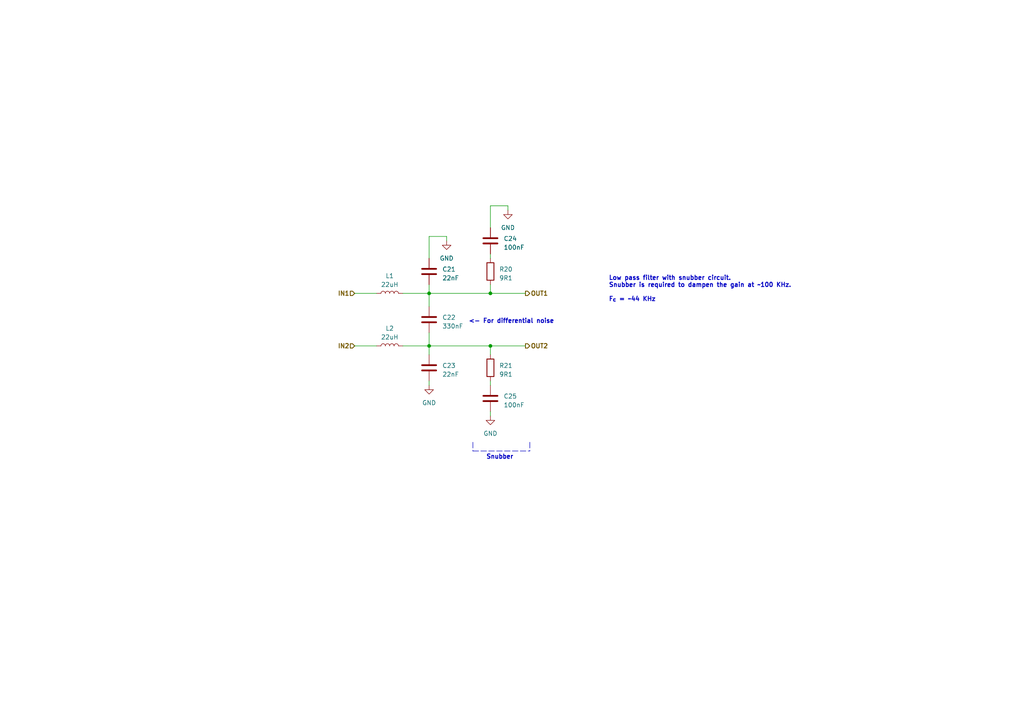
<source format=kicad_sch>
(kicad_sch (version 20230121) (generator eeschema)
  (paper "A4")
  (lib_symbols
    (symbol "audio-amplifier:C_100nF_0805" (pin_numbers hide) (pin_names (offset 0.254))
      (property "Reference" "C" (at 0.635 2.54 0))
      (property "Value" "100nF" (at 0.635 -2.54 0))
      (symbol "C_100nF_0805_0_1"
        (polyline (pts (xy -2.032 -0.762) (xy 2.032 -0.762)) (stroke (width 0.508)))
        (polyline (pts (xy -2.032 0.762) (xy 2.032 0.762)) (stroke (width 0.508)))
      )
      (symbol "C_100nF_0805_1_1"
        (pin passive line (at 0 3.81 270) (length 2.794) (name "~") (number "1"))
        (pin passive line (at 0 -3.81 90) (length 2.794) (name "~") (number "2"))
      )
    )
    (symbol "audio-amplifier:C_22nF_0805" (pin_numbers hide) (pin_names (offset 0.254))
      (property "Reference" "C" (at 0.635 2.54 0))
      (property "Value" "22nF" (at 0.635 -2.54 0))
      (symbol "C_22nF_0805_0_1"
        (polyline (pts (xy -2.032 -0.762) (xy 2.032 -0.762)) (stroke (width 0.508)))
        (polyline (pts (xy -2.032 0.762) (xy 2.032 0.762)) (stroke (width 0.508)))
      )
      (symbol "C_22nF_0805_1_1"
        (pin passive line (at 0 3.81 270) (length 2.794) (name "~") (number "1"))
        (pin passive line (at 0 -3.81 90) (length 2.794) (name "~") (number "2"))
      )
    )
    (symbol "audio-amplifier:C_330nF_0805" (pin_numbers hide) (pin_names (offset 0.254))
      (property "Reference" "C" (at 0.635 2.54 0))
      (property "Value" "330nF" (at 0.635 -2.54 0))
      (symbol "C_330nF_0805_0_1"
        (polyline (pts (xy -2.032 -0.762) (xy 2.032 -0.762)) (stroke (width 0.508)))
        (polyline (pts (xy -2.032 0.762) (xy 2.032 0.762)) (stroke (width 0.508)))
      )
      (symbol "C_330nF_0805_1_1"
        (pin passive line (at 0 3.81 270) (length 2.794) (name "~") (number "1"))
        (pin passive line (at 0 -3.81 90) (length 2.794) (name "~") (number "2"))
      )
    )
    (symbol "audio-amplifier:L_22uH" (pin_numbers hide) (pin_names (offset 1.016) hide)
      (property "Reference" "L" (at -1.27 0 90))
      (property "Value" "22uH" (at 1.905 0 90))
      (symbol "L_22uH_0_1"
        (arc (start 0 -2.54) (mid 0.6323 -1.905) (end 0 -1.27))
        (arc (start 0 -1.27) (mid 0.6323 -0.635) (end 0 0))
        (arc (start 0 0) (mid 0.6323 0.635) (end 0 1.27))
        (arc (start 0 1.27) (mid 0.6323 1.905) (end 0 2.54))
      )
      (symbol "L_22uH_1_1"
        (pin passive line (at 0 3.81 270) (length 1.27) (name "1") (number "1"))
        (pin passive line (at 0 -3.81 90) (length 1.27) (name "2") (number "2"))
      )
    )
    (symbol "audio-amplifier:R_9R1_0805" (pin_numbers hide) (pin_names (offset 0))
      (property "Reference" "R" (at 2.032 0 90))
      (property "Value" "9R1" (at 0 0 90))
      (symbol "R_9R1_0805_0_1"
        (rectangle (start -1.016 -2.54) (end 1.016 2.54) (stroke (width 0.254)))
      )
      (symbol "R_9R1_0805_1_1"
        (pin passive line (at 0 3.81 270) (length 1.27) (name "~") (number "1"))
        (pin passive line (at 0 -3.81 90) (length 1.27) (name "~") (number "2"))
      )
    )
    (symbol "power:GND" (power) (pin_names (offset 0))
      (property "Value" "GND" (at 0 -3.81 0))
      (symbol "GND_0_1"
        (polyline (pts (xy 0 0) (xy 0 -1.27) (xy 1.27 -1.27) (xy 0 -2.54) (xy -1.27 -1.27) (xy 0 -1.27)))
      )
      (symbol "GND_1_1"
        (pin power_in line (at 0 0 270) (length 0) hide (name "GND") (number "1"))
      )
    )
  )
  (junction (at 142.24 85.09))
  (junction (at 124.46 100.33))
  (junction (at 142.24 100.33))
  (junction (at 124.46 85.09))
  (wire (pts (xy 142.24 73.66) (xy 142.24 74.93)))
  (wire (pts (xy 124.46 110.49) (xy 124.46 111.76)))
  (wire (pts (xy 124.46 82.55) (xy 124.46 85.09)))
  (wire (pts (xy 124.46 96.52) (xy 124.46 100.33)))
  (wire (pts (xy 124.46 74.93) (xy 124.46 68.58)))
  (polyline (pts (xy 137.16 130.81) (xy 153.67 130.81)) (stroke (width 0) (type dash)))
  (wire (pts (xy 142.24 102.87) (xy 142.24 100.33)))
  (wire (pts (xy 124.46 85.09) (xy 124.46 88.9)))
  (wire (pts (xy 142.24 100.33) (xy 152.4 100.33)))
  (wire (pts (xy 142.24 85.09) (xy 152.4 85.09)))
  (wire (pts (xy 102.87 85.09) (xy 109.22 85.09)))
  (wire (pts (xy 142.24 82.55) (xy 142.24 85.09)))
  (polyline (pts (xy 137.16 128.27) (xy 137.16 130.81)) (stroke (width 0) (type dash)))
  (wire (pts (xy 124.46 100.33) (xy 124.46 102.87)))
  (wire (pts (xy 124.46 100.33) (xy 142.24 100.33)))
  (wire (pts (xy 142.24 119.38) (xy 142.24 120.65)))
  (wire (pts (xy 142.24 59.69) (xy 147.32 59.69)))
  (wire (pts (xy 142.24 66.04) (xy 142.24 59.69)))
  (wire (pts (xy 124.46 68.58) (xy 129.54 68.58)))
  (wire (pts (xy 116.84 100.33) (xy 124.46 100.33)))
  (polyline (pts (xy 153.67 128.27) (xy 153.67 130.81)) (stroke (width 0) (type dash)))
  (wire (pts (xy 142.24 110.49) (xy 142.24 111.76)))
  (wire (pts (xy 147.32 59.69) (xy 147.32 60.96)))
  (wire (pts (xy 124.46 85.09) (xy 142.24 85.09)))
  (wire (pts (xy 129.54 68.58) (xy 129.54 69.85)))
  (wire (pts (xy 102.87 100.33) (xy 109.22 100.33)))
  (wire (pts (xy 116.84 85.09) (xy 124.46 85.09)))
  (text "<- For differential noise" (at 135.89 93.98 0) (effects (font (size 1.27 1.27) bold) (justify left bottom)))
  (text "Low pass filter with snubber circuit.\nSnubber is required to dampen the gain at ~100 KHz.\n\nF_{c} = ~44 KHz" (at 176.53 87.63 0) (effects (font (size 1.27 1.27) bold) (justify left bottom)))
  (text "Snubber" (at 140.97 133.35 0) (effects (font (size 1.27 1.27) bold) (justify left bottom)))
  (hierarchical_label "IN2" (shape input) (at 102.87 100.33 180) (effects (font bold)))
  (hierarchical_label "OUT1" (shape output) (at 152.4 85.09 0) (effects (font bold)))
  (hierarchical_label "OUT2" (shape output) (at 152.4 100.33 0) (effects (font bold)))
  (hierarchical_label "IN1" (shape input) (at 102.87 85.09 180) (effects (font bold)))
  (symbol (lib_id "audio-amplifier:R_9R1_0805") (at 142.24 106.68 0) (unit 1)
    (property "Reference" "R21" (at 144.78 106.045 0) (effects (justify left)))
    (property "Value" "9R1" (at 144.78 108.585 0) (effects (justify left)))
    (property "Footprint" "Resistor_SMD:R_0805_2012Metric" (effects hide))
    (property "Datasheet" "https://datasheet.lcsc.com/lcsc/2201181800_FOJAN-FRC0805F9R10TS_C2933515.pdf" (effects hide))
    (property "LCSC Part #" "C2933515" (effects hide))
    (property "MPN" "FRC0805F9R10TS" (effects hide))
  )
  (symbol (lib_id "audio-amplifier:L_22uH") (at 113.03 100.33 90) (unit 1)
    (property "Reference" "L2" (at 113.03 95.25 90))
    (property "Value" "22uH" (at 113.03 97.79 90))
    (property "Footprint" "Inductor_SMD:L_Sunlord_SWPA6045S" (effects hide))
    (property "Datasheet" "https://datasheet.lcsc.com/lcsc/2110091630_Sunlord-SWPA6045S220MT_C83454.pdf" (effects hide))
    (property "LCSC Part #" "C83454" (effects hide))
    (property "MPN" "SWPA6045S220MT" (effects hide))
  )
  (symbol (lib_id "audio-amplifier:L_22uH") (at 113.03 85.09 90) (unit 1)
    (property "Reference" "L1" (at 113.03 80.01 90))
    (property "Value" "22uH" (at 113.03 82.55 90))
    (property "Footprint" "Inductor_SMD:L_Sunlord_SWPA6045S" (effects hide))
    (property "Datasheet" "https://datasheet.lcsc.com/lcsc/2110091630_Sunlord-SWPA6045S220MT_C83454.pdf" (effects hide))
    (property "LCSC Part #" "C83454" (effects hide))
    (property "MPN" "SWPA6045S220MT" (effects hide))
  )
  (symbol (lib_id "power:GND") (at 129.54 69.85 0) (unit 1)
    (property "Reference" "#PWR03" (effects hide))
    (property "Value" "GND" (at 129.54 74.93 0))
  )
  (symbol (lib_id "audio-amplifier:C_330nF_0805") (at 124.46 92.71 0) (unit 1)
    (property "Reference" "C22" (at 128.27 92.075 0) (effects (justify left)))
    (property "Value" "330nF" (at 128.27 94.615 0) (effects (justify left)))
    (property "Footprint" "Capacitor_SMD:C_0805_2012Metric" (effects hide))
    (property "Datasheet" "https://datasheet.lcsc.com/lcsc/1811071214_FH--Guangdong-Fenghua-Advanced-Tech-0805B334K500NT_C1740.pdf" (effects hide))
    (property "LCSC Part #" "C1740" (effects hide))
    (property "MPN" "0805B334K500NT" (effects hide))
  )
  (symbol (lib_id "audio-amplifier:C_22nF_0805") (at 124.46 106.68 0) (unit 1)
    (property "Reference" "C23" (at 128.27 106.045 0) (effects (justify left)))
    (property "Value" "22nF" (at 128.27 108.585 0) (effects (justify left)))
    (property "Footprint" "Capacitor_SMD:C_0805_2012Metric" (effects hide))
    (property "Datasheet" "https://datasheet.lcsc.com/lcsc/1810191222_Samsung-Electro-Mechanics-CL21B223KBANNNC_C1729.pdf" (effects hide))
    (property "LCSC Part #" "C1729" (effects hide))
    (property "MPN" "CL21B223KBANNNC" (effects hide))
  )
  (symbol (lib_id "audio-amplifier:C_22nF_0805") (at 124.46 78.74 0) (unit 1)
    (property "Reference" "C21" (at 128.27 78.105 0) (effects (justify left)))
    (property "Value" "22nF" (at 128.27 80.645 0) (effects (justify left)))
    (property "Footprint" "Capacitor_SMD:C_0805_2012Metric" (effects hide))
    (property "Datasheet" "https://datasheet.lcsc.com/lcsc/1810191222_Samsung-Electro-Mechanics-CL21B223KBANNNC_C1729.pdf" (effects hide))
    (property "LCSC Part #" "C1729" (effects hide))
    (property "MPN" "CL21B223KBANNNC" (effects hide))
  )
  (symbol (lib_id "power:GND") (at 124.46 111.76 0) (unit 1)
    (property "Reference" "#PWR01" (effects hide))
    (property "Value" "GND" (at 124.46 116.84 0))
  )
  (symbol (lib_id "audio-amplifier:C_100nF_0805") (at 142.24 69.85 0) (unit 1)
    (property "Reference" "C24" (at 146.05 69.215 0) (effects (justify left)))
    (property "Value" "100nF" (at 146.05 71.755 0) (effects (justify left)))
    (property "Footprint" "Capacitor_SMD:C_0805_2012Metric" (effects hide))
    (property "Datasheet" "https://datasheet.lcsc.com/lcsc/1810101813_YAGEO-CC0805KRX7R9BB104_C49678.pdf" (effects hide))
    (property "LCSC Part #" "C49678" (effects hide))
    (property "MPN" "CC0805KRX7R9BB104" (effects hide))
  )
  (symbol (lib_id "power:GND") (at 142.24 120.65 0) (unit 1)
    (property "Reference" "#PWR02" (effects hide))
    (property "Value" "GND" (at 142.24 125.73 0))
  )
  (symbol (lib_id "audio-amplifier:C_100nF_0805") (at 142.24 115.57 0) (unit 1)
    (property "Reference" "C25" (at 146.05 114.935 0) (effects (justify left)))
    (property "Value" "100nF" (at 146.05 117.475 0) (effects (justify left)))
    (property "Footprint" "Capacitor_SMD:C_0805_2012Metric" (effects hide))
    (property "Datasheet" "https://datasheet.lcsc.com/lcsc/1810101813_YAGEO-CC0805KRX7R9BB104_C49678.pdf" (effects hide))
    (property "LCSC Part #" "C49678" (effects hide))
    (property "MPN" "CC0805KRX7R9BB104" (effects hide))
  )
  (symbol (lib_id "audio-amplifier:R_9R1_0805") (at 142.24 78.74 0) (unit 1)
    (property "Reference" "R20" (at 144.78 78.105 0) (effects (justify left)))
    (property "Value" "9R1" (at 144.78 80.645 0) (effects (justify left)))
    (property "Footprint" "Resistor_SMD:R_0805_2012Metric" (effects hide))
    (property "Datasheet" "https://datasheet.lcsc.com/lcsc/2201181800_FOJAN-FRC0805F9R10TS_C2933515.pdf" (effects hide))
    (property "LCSC Part #" "C2933515" (effects hide))
    (property "MPN" "FRC0805F9R10TS" (effects hide))
  )
  (symbol (lib_id "power:GND") (at 147.32 60.96 0) (unit 1)
    (property "Reference" "#PWR05" (effects hide))
    (property "Value" "GND" (at 147.32 66.04 0))
  )
)
</source>
